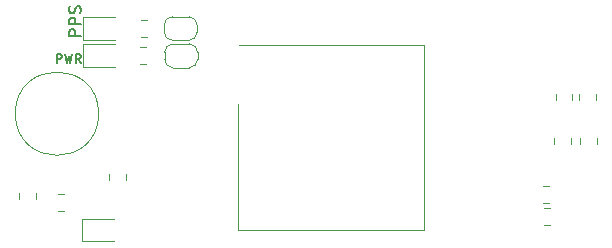
<source format=gbr>
G04 #@! TF.GenerationSoftware,KiCad,Pcbnew,(5.1.4)-1*
G04 #@! TF.CreationDate,2020-01-22T17:25:58-05:00*
G04 #@! TF.ProjectId,Feather-SAM-M8Q-GPS,46656174-6865-4722-9d53-414d2d4d3851,rev?*
G04 #@! TF.SameCoordinates,Original*
G04 #@! TF.FileFunction,Legend,Top*
G04 #@! TF.FilePolarity,Positive*
%FSLAX46Y46*%
G04 Gerber Fmt 4.6, Leading zero omitted, Abs format (unit mm)*
G04 Created by KiCad (PCBNEW (5.1.4)-1) date 2020-01-22 17:25:58*
%MOMM*%
%LPD*%
G04 APERTURE LIST*
%ADD10C,0.150000*%
%ADD11C,0.120000*%
G04 APERTURE END LIST*
D10*
X91958420Y-58916415D02*
X90958420Y-58916415D01*
X90958420Y-58535462D01*
X91006040Y-58440224D01*
X91053659Y-58392605D01*
X91148897Y-58344986D01*
X91291754Y-58344986D01*
X91386992Y-58392605D01*
X91434611Y-58440224D01*
X91482230Y-58535462D01*
X91482230Y-58916415D01*
X91958420Y-57916415D02*
X90958420Y-57916415D01*
X90958420Y-57535462D01*
X91006040Y-57440224D01*
X91053659Y-57392605D01*
X91148897Y-57344986D01*
X91291754Y-57344986D01*
X91386992Y-57392605D01*
X91434611Y-57440224D01*
X91482230Y-57535462D01*
X91482230Y-57916415D01*
X91910801Y-56964034D02*
X91958420Y-56821177D01*
X91958420Y-56583081D01*
X91910801Y-56487843D01*
X91863182Y-56440224D01*
X91767944Y-56392605D01*
X91672706Y-56392605D01*
X91577468Y-56440224D01*
X91529849Y-56487843D01*
X91482230Y-56583081D01*
X91434611Y-56773558D01*
X91386992Y-56868796D01*
X91339373Y-56916415D01*
X91244135Y-56964034D01*
X91148897Y-56964034D01*
X91053659Y-56916415D01*
X91006040Y-56868796D01*
X90958420Y-56773558D01*
X90958420Y-56535462D01*
X91006040Y-56392605D01*
X89911680Y-61167205D02*
X89911680Y-60417205D01*
X90197394Y-60417205D01*
X90268822Y-60452920D01*
X90304537Y-60488634D01*
X90340251Y-60560062D01*
X90340251Y-60667205D01*
X90304537Y-60738634D01*
X90268822Y-60774348D01*
X90197394Y-60810062D01*
X89911680Y-60810062D01*
X90590251Y-60417205D02*
X90768822Y-61167205D01*
X90911680Y-60631491D01*
X91054537Y-61167205D01*
X91233108Y-60417205D01*
X91947394Y-61167205D02*
X91697394Y-60810062D01*
X91518822Y-61167205D02*
X91518822Y-60417205D01*
X91804537Y-60417205D01*
X91875965Y-60452920D01*
X91911680Y-60488634D01*
X91947394Y-60560062D01*
X91947394Y-60667205D01*
X91911680Y-60738634D01*
X91875965Y-60774348D01*
X91804537Y-60810062D01*
X91518822Y-60810062D01*
D11*
X95736480Y-71089018D02*
X95736480Y-70571862D01*
X94316480Y-71089018D02*
X94316480Y-70571862D01*
X105351120Y-59622720D02*
X120961120Y-59622720D01*
X120961120Y-59622720D02*
X120961120Y-75342720D01*
X105241120Y-75342720D02*
X120961120Y-75342720D01*
X105241120Y-64682720D02*
X105241120Y-75342720D01*
X92081640Y-76286240D02*
X94766640Y-76286240D01*
X92081640Y-74366240D02*
X92081640Y-76286240D01*
X94766640Y-74366240D02*
X92081640Y-74366240D01*
X133460560Y-68025778D02*
X133460560Y-67508622D01*
X132040560Y-68025778D02*
X132040560Y-67508622D01*
X135619560Y-68010538D02*
X135619560Y-67493382D01*
X134199560Y-68010538D02*
X134199560Y-67493382D01*
X96982782Y-61281380D02*
X97499938Y-61281380D01*
X96982782Y-59861380D02*
X97499938Y-59861380D01*
X97015802Y-58975060D02*
X97532958Y-58975060D01*
X97015802Y-57555060D02*
X97532958Y-57555060D01*
X90043502Y-73709600D02*
X90560658Y-73709600D01*
X90043502Y-72289600D02*
X90560658Y-72289600D01*
X131077442Y-73033960D02*
X131594598Y-73033960D01*
X131077442Y-71613960D02*
X131594598Y-71613960D01*
X131150862Y-74903400D02*
X131668018Y-74903400D01*
X131150862Y-73483400D02*
X131668018Y-73483400D01*
X132154860Y-63797682D02*
X132154860Y-64314838D01*
X133574860Y-63797682D02*
X133574860Y-64314838D01*
X134110660Y-63797682D02*
X134110660Y-64314838D01*
X135530660Y-63797682D02*
X135530660Y-64314838D01*
X101141760Y-61571380D02*
X99741760Y-61571380D01*
X99041760Y-60871380D02*
X99041760Y-60271380D01*
X99741760Y-59571380D02*
X101141760Y-59571380D01*
X101841760Y-60271380D02*
X101841760Y-60871380D01*
X101841760Y-60871380D02*
G75*
G02X101141760Y-61571380I-700000J0D01*
G01*
X101141760Y-59571380D02*
G75*
G02X101841760Y-60271380I0J-700000D01*
G01*
X99041760Y-60271380D02*
G75*
G02X99741760Y-59571380I700000J0D01*
G01*
X99741760Y-61571380D02*
G75*
G02X99041760Y-60871380I0J700000D01*
G01*
X101098580Y-59265060D02*
X99698580Y-59265060D01*
X98998580Y-58565060D02*
X98998580Y-57965060D01*
X99698580Y-57265060D02*
X101098580Y-57265060D01*
X101798580Y-57965060D02*
X101798580Y-58565060D01*
X101798580Y-58565060D02*
G75*
G02X101098580Y-59265060I-700000J0D01*
G01*
X101098580Y-57265060D02*
G75*
G02X101798580Y-57965060I0J-700000D01*
G01*
X98998580Y-57965060D02*
G75*
G02X99698580Y-57265060I700000J0D01*
G01*
X99698580Y-59265060D02*
G75*
G02X98998580Y-58565060I0J700000D01*
G01*
X92152760Y-61531380D02*
X94837760Y-61531380D01*
X92152760Y-59611380D02*
X92152760Y-61531380D01*
X94837760Y-59611380D02*
X92152760Y-59611380D01*
X92134980Y-59225060D02*
X94819980Y-59225060D01*
X92134980Y-57305060D02*
X92134980Y-59225060D01*
X94819980Y-57305060D02*
X92134980Y-57305060D01*
X88162200Y-72704458D02*
X88162200Y-72187302D01*
X86742200Y-72704458D02*
X86742200Y-72187302D01*
X93458700Y-65472300D02*
G75*
G03X93458700Y-65472300I-3530000J0D01*
G01*
M02*

</source>
